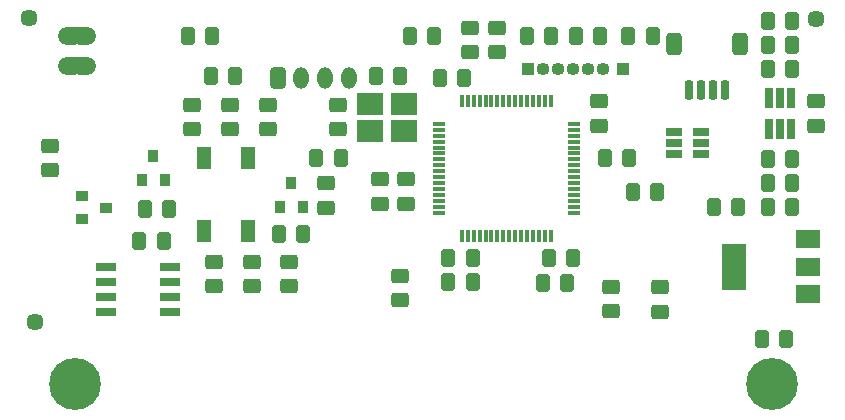
<source format=gbr>
%TF.GenerationSoftware,KiCad,Pcbnew,(6.99.0-5157-g987eb4b46a-dirty)*%
%TF.CreationDate,2022-12-28T16:32:46-05:00*%
%TF.ProjectId,controller,636f6e74-726f-46c6-9c65-722e6b696361,rev?*%
%TF.SameCoordinates,PX3cfccb0PYa197300*%
%TF.FileFunction,Soldermask,Top*%
%TF.FilePolarity,Negative*%
%FSLAX46Y46*%
G04 Gerber Fmt 4.6, Leading zero omitted, Abs format (unit mm)*
G04 Created by KiCad (PCBNEW (6.99.0-5157-g987eb4b46a-dirty)) date 2022-12-28 16:32:46*
%MOMM*%
%LPD*%
G01*
G04 APERTURE LIST*
G04 Aperture macros list*
%AMRoundRect*
0 Rectangle with rounded corners*
0 $1 Rounding radius*
0 $2 $3 $4 $5 $6 $7 $8 $9 X,Y pos of 4 corners*
0 Add a 4 corners polygon primitive as box body*
4,1,4,$2,$3,$4,$5,$6,$7,$8,$9,$2,$3,0*
0 Add four circle primitives for the rounded corners*
1,1,$1+$1,$2,$3*
1,1,$1+$1,$4,$5*
1,1,$1+$1,$6,$7*
1,1,$1+$1,$8,$9*
0 Add four rect primitives between the rounded corners*
20,1,$1+$1,$2,$3,$4,$5,0*
20,1,$1+$1,$4,$5,$6,$7,0*
20,1,$1+$1,$6,$7,$8,$9,0*
20,1,$1+$1,$8,$9,$2,$3,0*%
%AMFreePoly0*
4,1,37,0.012322,0.744896,0.084376,0.744896,0.096342,0.743443,0.260189,0.703058,0.271459,0.698784,0.420881,0.620362,0.430801,0.613515,0.557114,0.501612,0.565107,0.492589,0.660968,0.353709,0.666570,0.343036,0.726410,0.185251,0.729294,0.173548,0.749635,0.006027,0.749635,-0.006027,0.729294,-0.173548,0.726410,-0.185251,0.666570,-0.343036,0.660968,-0.353709,0.565107,-0.492589,
0.557114,-0.501612,0.430801,-0.613515,0.420881,-0.620362,0.271459,-0.698784,0.260189,-0.703058,0.096342,-0.743443,0.084376,-0.744896,0.012322,-0.744896,0.000000,-0.750000,-0.700000,-0.750000,-0.735355,-0.735355,-0.750000,-0.700000,-0.750000,0.700000,-0.735355,0.735355,-0.700000,0.750000,0.000000,0.750000,0.012322,0.744896,0.012322,0.744896,$1*%
G04 Aperture macros list end*
%ADD10RoundRect,0.050000X1.050000X0.900000X-1.050000X0.900000X-1.050000X-0.900000X1.050000X-0.900000X0*%
%ADD11RoundRect,0.200000X0.150000X0.625000X-0.150000X0.625000X-0.150000X-0.625000X0.150000X-0.625000X0*%
%ADD12RoundRect,0.300000X0.350000X0.650000X-0.350000X0.650000X-0.350000X-0.650000X0.350000X-0.650000X0*%
%ADD13RoundRect,0.200000X0.512500X0.150000X-0.512500X0.150000X-0.512500X-0.150000X0.512500X-0.150000X0*%
%ADD14RoundRect,0.300000X-0.325000X-0.450000X0.325000X-0.450000X0.325000X0.450000X-0.325000X0.450000X0*%
%ADD15RoundRect,0.300000X0.325000X0.450000X-0.325000X0.450000X-0.325000X-0.450000X0.325000X-0.450000X0*%
%ADD16RoundRect,0.050000X-0.450000X-0.400000X0.450000X-0.400000X0.450000X0.400000X-0.450000X0.400000X0*%
%ADD17RoundRect,0.050000X0.400000X-0.450000X0.400000X0.450000X-0.400000X0.450000X-0.400000X-0.450000X0*%
%ADD18FreePoly0,0.000000*%
%ADD19FreePoly0,180.000000*%
%ADD20RoundRect,0.050000X-0.550000X0.900000X-0.550000X-0.900000X0.550000X-0.900000X0.550000X0.900000X0*%
%ADD21RoundRect,0.050000X0.500000X-0.500000X0.500000X0.500000X-0.500000X0.500000X-0.500000X-0.500000X0*%
%ADD22RoundRect,0.300000X0.450000X-0.325000X0.450000X0.325000X-0.450000X0.325000X-0.450000X-0.325000X0*%
%ADD23RoundRect,0.300000X-0.450000X0.325000X-0.450000X-0.325000X0.450000X-0.325000X0.450000X0.325000X0*%
%ADD24RoundRect,0.050000X-0.775000X-0.300000X0.775000X-0.300000X0.775000X0.300000X-0.775000X0.300000X0*%
%ADD25O,1.100000X1.100000*%
%ADD26RoundRect,0.050000X0.125000X-0.500000X0.125000X0.500000X-0.125000X0.500000X-0.125000X-0.500000X0*%
%ADD27RoundRect,0.050000X-0.500000X-0.125000X0.500000X-0.125000X0.500000X0.125000X-0.500000X0.125000X0*%
%ADD28O,1.300000X1.850000*%
%ADD29RoundRect,0.300000X-0.350000X-0.625000X0.350000X-0.625000X0.350000X0.625000X-0.350000X0.625000X0*%
%ADD30C,1.448000*%
%ADD31C,4.400000*%
%ADD32RoundRect,0.050000X-0.325000X0.780000X-0.325000X-0.780000X0.325000X-0.780000X0.325000X0.780000X0*%
%ADD33RoundRect,0.050000X1.000000X0.750000X-1.000000X0.750000X-1.000000X-0.750000X1.000000X-0.750000X0*%
%ADD34RoundRect,0.050000X1.000000X1.900000X-1.000000X1.900000X-1.000000X-1.900000X1.000000X-1.900000X0*%
G04 APERTURE END LIST*
%TO.C,JP1*%
G36*
X5874500Y33867500D02*
G01*
X5239500Y33867500D01*
X5239500Y35264500D01*
X5874500Y35264500D01*
X5874500Y33867500D01*
G37*
%TO.C,JP2*%
G36*
X5874500Y31327500D02*
G01*
X5239500Y31327500D01*
X5239500Y32724500D01*
X5874500Y32724500D01*
X5874500Y31327500D01*
G37*
%TD*%
D10*
%TO.C,Y1*%
X33260000Y26450000D03*
X30360000Y26450000D03*
X30360000Y28750000D03*
X33260000Y28750000D03*
%TD*%
D11*
%TO.C,J5*%
X60410000Y29940000D03*
X59410000Y29940000D03*
X58410000Y29940000D03*
X57410000Y29940000D03*
D12*
X56110000Y33815000D03*
X61710000Y33815000D03*
%TD*%
D13*
%TO.C,U4*%
X58410000Y24520000D03*
X58410000Y25470000D03*
X58410000Y26420000D03*
X56135000Y26420000D03*
X56135000Y25470000D03*
X56135000Y24520000D03*
%TD*%
D14*
%TO.C,R18*%
X13400000Y19865000D03*
X11350000Y19865000D03*
%TD*%
D15*
%TO.C,R17*%
X22700000Y17790000D03*
X24750000Y17790000D03*
%TD*%
D16*
%TO.C,Q3*%
X8025000Y19990000D03*
X6025000Y19040000D03*
X6025000Y20940000D03*
%TD*%
D17*
%TO.C,Q2*%
X23725000Y22040000D03*
X24675000Y20040000D03*
X22775000Y20040000D03*
%TD*%
D18*
%TO.C,JP1*%
X6384000Y34566000D03*
D19*
X4730000Y34566000D03*
%TD*%
D20*
%TO.C,SW1*%
X16350000Y18015000D03*
X16350000Y24215000D03*
X20050000Y18015000D03*
X20050000Y24215000D03*
%TD*%
D21*
%TO.C,J4*%
X51801660Y31703420D03*
%TD*%
D22*
%TO.C,R16*%
X15310140Y28665000D03*
X15310140Y26615000D03*
%TD*%
D17*
%TO.C,Q1*%
X12046800Y24339200D03*
X12996800Y22339200D03*
X11096800Y22339200D03*
%TD*%
D23*
%TO.C,C20*%
X18516890Y26615000D03*
X18516890Y28665000D03*
%TD*%
D24*
%TO.C,U5*%
X13421240Y14999280D03*
X13421240Y13729280D03*
X13421240Y12459280D03*
X13421240Y11189280D03*
X8021240Y11189280D03*
X8021240Y12459280D03*
X8021240Y13729280D03*
X8021240Y14999280D03*
%TD*%
D23*
%TO.C,R15*%
X23505840Y13347200D03*
X23505840Y15397200D03*
%TD*%
%TO.C,R14*%
X20361320Y13347200D03*
X20361320Y15397200D03*
%TD*%
%TO.C,R13*%
X17216800Y13347200D03*
X17216800Y15397200D03*
%TD*%
D15*
%TO.C,C19*%
X10866080Y17194640D03*
X12916080Y17194640D03*
%TD*%
D22*
%TO.C,R12*%
X50832600Y13292340D03*
X50832600Y11242340D03*
%TD*%
D23*
%TO.C,R11*%
X32961160Y12141500D03*
X32961160Y14191500D03*
%TD*%
D22*
%TO.C,R10*%
X54939780Y13239000D03*
X54939780Y11189000D03*
%TD*%
D14*
%TO.C,R9*%
X18979840Y31116680D03*
X16929840Y31116680D03*
%TD*%
D15*
%TO.C,R6*%
X43637940Y34560000D03*
X45687940Y34560000D03*
%TD*%
D14*
%TO.C,C18*%
X47082400Y13598300D03*
X45032400Y13598300D03*
%TD*%
D25*
%TO.C,J6*%
X50078219Y31703419D03*
X48808219Y31703419D03*
X47538219Y31703419D03*
X46268219Y31703419D03*
X44998219Y31703419D03*
D21*
X43728220Y31703420D03*
%TD*%
D26*
%TO.C,U2*%
X38170000Y29030000D03*
X38670000Y29030000D03*
X39170000Y29030000D03*
X39670000Y29030000D03*
X40170000Y29030000D03*
X40670000Y29030000D03*
X41170000Y29030000D03*
X41670000Y29030000D03*
X42170000Y29030000D03*
X42670000Y29030000D03*
X43170000Y29030000D03*
X43670000Y29030000D03*
X44170000Y29030000D03*
X44670000Y29030000D03*
X45170000Y29030000D03*
X45670000Y29030000D03*
D27*
X47620000Y27080000D03*
X47620000Y26580000D03*
X47620000Y26080000D03*
X47620000Y25580000D03*
X47620000Y25080000D03*
X47620000Y24580000D03*
X47620000Y24080000D03*
X47620000Y23580000D03*
X47620000Y23080000D03*
X47620000Y22580000D03*
X47620000Y22080000D03*
X47620000Y21580000D03*
X47620000Y21080000D03*
X47620000Y20580000D03*
X47620000Y20080000D03*
X47620000Y19580000D03*
D26*
X45670000Y17630000D03*
X45170000Y17630000D03*
X44670000Y17630000D03*
X44170000Y17630000D03*
X43670000Y17630000D03*
X43170000Y17630000D03*
X42670000Y17630000D03*
X42170000Y17630000D03*
X41670000Y17630000D03*
X41170000Y17630000D03*
X40670000Y17630000D03*
X40170000Y17630000D03*
X39670000Y17630000D03*
X39170000Y17630000D03*
X38670000Y17630000D03*
X38170000Y17630000D03*
D27*
X36220000Y19580000D03*
X36220000Y20080000D03*
X36220000Y20580000D03*
X36220000Y21080000D03*
X36220000Y21580000D03*
X36220000Y22080000D03*
X36220000Y22580000D03*
X36220000Y23080000D03*
X36220000Y23580000D03*
X36220000Y24080000D03*
X36220000Y24580000D03*
X36220000Y25080000D03*
X36220000Y25580000D03*
X36220000Y26080000D03*
X36220000Y26580000D03*
X36220000Y27080000D03*
%TD*%
D28*
%TO.C,J3*%
X28567479Y31004919D03*
X26567479Y31004919D03*
X24567479Y31004919D03*
D29*
X22567480Y31004920D03*
%TD*%
D30*
%TO.C,H3*%
X2054440Y10326780D03*
%TD*%
%TO.C,H2*%
X68183340Y35990940D03*
%TD*%
%TO.C,H1*%
X1488020Y36018880D03*
%TD*%
D31*
%TO.C,J1*%
X64410000Y5060000D03*
X5410000Y5060000D03*
%TD*%
D18*
%TO.C,JP2*%
X6384000Y32026000D03*
D19*
X4730000Y32026000D03*
%TD*%
D14*
%TO.C,D6*%
X52315000Y24220000D03*
X50265000Y24220000D03*
%TD*%
%TO.C,D5*%
X27900000Y24220000D03*
X25850000Y24220000D03*
%TD*%
D22*
%TO.C,D4*%
X3280000Y25245000D03*
X3280000Y23195000D03*
%TD*%
D32*
%TO.C,U3*%
X65082000Y26612000D03*
X66032000Y26612000D03*
X64132000Y26612000D03*
X64132000Y29312000D03*
X65082000Y29312000D03*
X66032000Y29312000D03*
%TD*%
D33*
%TO.C,U1*%
X67470000Y12708000D03*
X67470000Y17308000D03*
X67470000Y15008000D03*
D34*
X61170000Y15008000D03*
%TD*%
D15*
%TO.C,R8*%
X52627000Y21358000D03*
X54677000Y21358000D03*
%TD*%
D22*
%TO.C,R7*%
X68130000Y28987000D03*
X68130000Y26937000D03*
%TD*%
D15*
%TO.C,R5*%
X47849260Y34560000D03*
X49899260Y34560000D03*
%TD*%
D23*
%TO.C,R4*%
X41147580Y33147300D03*
X41147580Y35197300D03*
%TD*%
%TO.C,R3*%
X38886980Y33147300D03*
X38886980Y35197300D03*
%TD*%
%TO.C,R2*%
X21723640Y26615000D03*
X21723640Y28665000D03*
%TD*%
D15*
%TO.C,FB1*%
X64057000Y35836000D03*
X66107000Y35836000D03*
%TD*%
D14*
%TO.C,D3*%
X54305000Y34560000D03*
X52255000Y34560000D03*
%TD*%
%TO.C,D2*%
X35820000Y34560000D03*
X33770000Y34560000D03*
%TD*%
%TO.C,D1*%
X17040000Y34560000D03*
X14990000Y34560000D03*
%TD*%
D15*
%TO.C,C17*%
X64057000Y22120000D03*
X66107000Y22120000D03*
%TD*%
%TO.C,C16*%
X64057000Y24152000D03*
X66107000Y24152000D03*
%TD*%
%TO.C,C15*%
X64057000Y31772000D03*
X66107000Y31772000D03*
%TD*%
%TO.C,C14*%
X64057000Y33804000D03*
X66107000Y33804000D03*
%TD*%
D14*
%TO.C,C13*%
X61535000Y20088000D03*
X59485000Y20088000D03*
%TD*%
%TO.C,C12*%
X65599000Y8912000D03*
X63549000Y8912000D03*
%TD*%
D15*
%TO.C,C11*%
X64057000Y20088000D03*
X66107000Y20088000D03*
%TD*%
D22*
%TO.C,C10*%
X26700000Y22040000D03*
X26700000Y19990000D03*
%TD*%
%TO.C,C9*%
X27700000Y28665000D03*
X27700000Y26615000D03*
%TD*%
D15*
%TO.C,C8*%
X30865000Y31170000D03*
X32915000Y31170000D03*
%TD*%
%TO.C,C7*%
X37025000Y13738000D03*
X39075000Y13738000D03*
%TD*%
D22*
%TO.C,C6*%
X31240000Y22385000D03*
X31240000Y20335000D03*
%TD*%
%TO.C,C5*%
X33470000Y22385000D03*
X33470000Y20335000D03*
%TD*%
D15*
%TO.C,C4*%
X37025000Y15710000D03*
X39075000Y15710000D03*
%TD*%
%TO.C,C3*%
X45560000Y15710000D03*
X47610000Y15710000D03*
%TD*%
D23*
%TO.C,C2*%
X49750000Y26935000D03*
X49750000Y28985000D03*
%TD*%
D14*
%TO.C,C1*%
X38355000Y30940000D03*
X36305000Y30940000D03*
%TD*%
M02*

</source>
